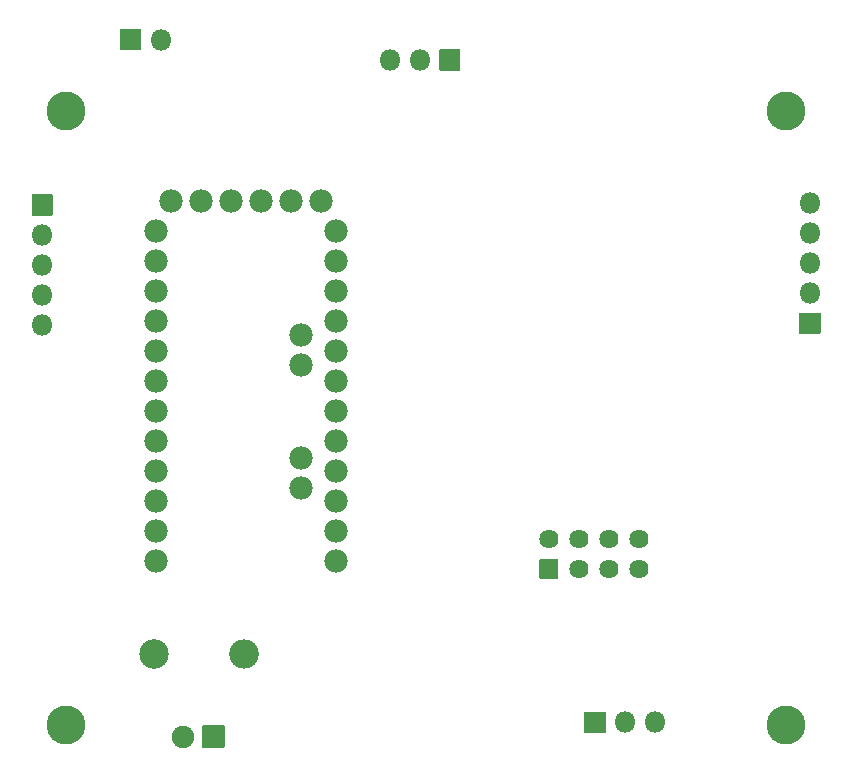
<source format=gbr>
G04 #@! TF.GenerationSoftware,KiCad,Pcbnew,5.1.9+dfsg1-1*
G04 #@! TF.CreationDate,2022-06-21T09:56:44-04:00*
G04 #@! TF.ProjectId,VS_robot_controller,56535f72-6f62-46f7-945f-636f6e74726f,rev?*
G04 #@! TF.SameCoordinates,Original*
G04 #@! TF.FileFunction,Soldermask,Top*
G04 #@! TF.FilePolarity,Negative*
%FSLAX46Y46*%
G04 Gerber Fmt 4.6, Leading zero omitted, Abs format (unit mm)*
G04 Created by KiCad (PCBNEW 5.1.9+dfsg1-1) date 2022-06-21 09:56:44*
%MOMM*%
%LPD*%
G01*
G04 APERTURE LIST*
%ADD10C,3.302000*%
%ADD11C,1.626000*%
%ADD12O,1.802000X1.802000*%
%ADD13C,1.902000*%
%ADD14C,2.502000*%
%ADD15O,2.502000X2.502000*%
%ADD16C,1.981600*%
G04 APERTURE END LIST*
D10*
X236000000Y-50000000D03*
X175000000Y-50000000D03*
X175000000Y-102000000D03*
X236000000Y-102000000D03*
G36*
G01*
X216662000Y-89613000D02*
X215138000Y-89613000D01*
G75*
G02*
X215087000Y-89562000I0J51000D01*
G01*
X215087000Y-88038000D01*
G75*
G02*
X215138000Y-87987000I51000J0D01*
G01*
X216662000Y-87987000D01*
G75*
G02*
X216713000Y-88038000I0J-51000D01*
G01*
X216713000Y-89562000D01*
G75*
G02*
X216662000Y-89613000I-51000J0D01*
G01*
G37*
D11*
X215900000Y-86260000D03*
X218440000Y-88800000D03*
X218440000Y-86260000D03*
X220980000Y-88800000D03*
X220980000Y-86260000D03*
X223520000Y-88800000D03*
X223520000Y-86260000D03*
D12*
X238000000Y-57840000D03*
X238000000Y-60380000D03*
X238000000Y-62920000D03*
X238000000Y-65460000D03*
G36*
G01*
X238901000Y-67150000D02*
X238901000Y-68850000D01*
G75*
G02*
X238850000Y-68901000I-51000J0D01*
G01*
X237150000Y-68901000D01*
G75*
G02*
X237099000Y-68850000I0J51000D01*
G01*
X237099000Y-67150000D01*
G75*
G02*
X237150000Y-67099000I51000J0D01*
G01*
X238850000Y-67099000D01*
G75*
G02*
X238901000Y-67150000I0J-51000D01*
G01*
G37*
G36*
G01*
X188451000Y-102100000D02*
X188451000Y-103900000D01*
G75*
G02*
X188400000Y-103951000I-51000J0D01*
G01*
X186600000Y-103951000D01*
G75*
G02*
X186549000Y-103900000I0J51000D01*
G01*
X186549000Y-102100000D01*
G75*
G02*
X186600000Y-102049000I51000J0D01*
G01*
X188400000Y-102049000D01*
G75*
G02*
X188451000Y-102100000I0J-51000D01*
G01*
G37*
D13*
X184960000Y-103000000D03*
G36*
G01*
X172099000Y-58850000D02*
X172099000Y-57150000D01*
G75*
G02*
X172150000Y-57099000I51000J0D01*
G01*
X173850000Y-57099000D01*
G75*
G02*
X173901000Y-57150000I0J-51000D01*
G01*
X173901000Y-58850000D01*
G75*
G02*
X173850000Y-58901000I-51000J0D01*
G01*
X172150000Y-58901000D01*
G75*
G02*
X172099000Y-58850000I0J51000D01*
G01*
G37*
D12*
X173000000Y-60540000D03*
X173000000Y-63080000D03*
X173000000Y-65620000D03*
X173000000Y-68160000D03*
D14*
X182500000Y-96000000D03*
D15*
X190120000Y-96000000D03*
G36*
G01*
X206668000Y-44819000D02*
X208368000Y-44819000D01*
G75*
G02*
X208419000Y-44870000I0J-51000D01*
G01*
X208419000Y-46570000D01*
G75*
G02*
X208368000Y-46621000I-51000J0D01*
G01*
X206668000Y-46621000D01*
G75*
G02*
X206617000Y-46570000I0J51000D01*
G01*
X206617000Y-44870000D01*
G75*
G02*
X206668000Y-44819000I51000J0D01*
G01*
G37*
D12*
X204978000Y-45720000D03*
X202438000Y-45720000D03*
X224880000Y-101800000D03*
X222340000Y-101800000D03*
G36*
G01*
X220650000Y-102701000D02*
X218950000Y-102701000D01*
G75*
G02*
X218899000Y-102650000I0J51000D01*
G01*
X218899000Y-100950000D01*
G75*
G02*
X218950000Y-100899000I51000J0D01*
G01*
X220650000Y-100899000D01*
G75*
G02*
X220701000Y-100950000I0J-51000D01*
G01*
X220701000Y-102650000D01*
G75*
G02*
X220650000Y-102701000I-51000J0D01*
G01*
G37*
G36*
G01*
X181350000Y-44901000D02*
X179650000Y-44901000D01*
G75*
G02*
X179599000Y-44850000I0J51000D01*
G01*
X179599000Y-43150000D01*
G75*
G02*
X179650000Y-43099000I51000J0D01*
G01*
X181350000Y-43099000D01*
G75*
G02*
X181401000Y-43150000I0J-51000D01*
G01*
X181401000Y-44850000D01*
G75*
G02*
X181350000Y-44901000I-51000J0D01*
G01*
G37*
X183040000Y-44000000D03*
D16*
X182626000Y-60198000D03*
X182626000Y-62738000D03*
X182626000Y-65278000D03*
X182626000Y-67818000D03*
X182626000Y-70358000D03*
X182626000Y-72898000D03*
X182626000Y-75438000D03*
X182626000Y-77978000D03*
X182626000Y-80518000D03*
X182626000Y-83058000D03*
X182626000Y-85598000D03*
X182626000Y-88138000D03*
X197866000Y-88138000D03*
X197866000Y-85598000D03*
X197866000Y-83058000D03*
X197866000Y-80518000D03*
X197866000Y-77978000D03*
X197866000Y-75438000D03*
X197866000Y-72898000D03*
X197866000Y-70358000D03*
X197866000Y-67818000D03*
X197866000Y-65278000D03*
X197866000Y-62738000D03*
X197866000Y-60198000D03*
X194945000Y-81915000D03*
X194945000Y-79375000D03*
X194945000Y-68961000D03*
X194945000Y-71501000D03*
X183896000Y-57658000D03*
X186436000Y-57658000D03*
X188976000Y-57658000D03*
X191516000Y-57658000D03*
X194056000Y-57658000D03*
X196596000Y-57658000D03*
M02*

</source>
